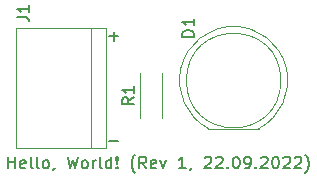
<source format=gbr>
%TF.GenerationSoftware,KiCad,Pcbnew,6.0.5-2.fc35*%
%TF.CreationDate,2022-09-23T18:34:09+02:00*%
%TF.ProjectId,Hello_ World,48656c6c-6f2c-4205-976f-726c642e6b69,rev?*%
%TF.SameCoordinates,Original*%
%TF.FileFunction,Legend,Top*%
%TF.FilePolarity,Positive*%
%FSLAX46Y46*%
G04 Gerber Fmt 4.6, Leading zero omitted, Abs format (unit mm)*
G04 Created by KiCad (PCBNEW 6.0.5-2.fc35) date 2022-09-23 18:34:09*
%MOMM*%
%LPD*%
G01*
G04 APERTURE LIST*
%ADD10C,0.150000*%
%ADD11C,0.120000*%
G04 APERTURE END LIST*
D10*
X143764047Y-96591428D02*
X144525952Y-96591428D01*
X144145000Y-96972380D02*
X144145000Y-96210476D01*
X143764047Y-105481428D02*
X144525952Y-105481428D01*
X135240714Y-107767380D02*
X135240714Y-106767380D01*
X135240714Y-107243571D02*
X135812142Y-107243571D01*
X135812142Y-107767380D02*
X135812142Y-106767380D01*
X136669285Y-107719761D02*
X136574047Y-107767380D01*
X136383571Y-107767380D01*
X136288333Y-107719761D01*
X136240714Y-107624523D01*
X136240714Y-107243571D01*
X136288333Y-107148333D01*
X136383571Y-107100714D01*
X136574047Y-107100714D01*
X136669285Y-107148333D01*
X136716904Y-107243571D01*
X136716904Y-107338809D01*
X136240714Y-107434047D01*
X137288333Y-107767380D02*
X137193095Y-107719761D01*
X137145476Y-107624523D01*
X137145476Y-106767380D01*
X137812142Y-107767380D02*
X137716904Y-107719761D01*
X137669285Y-107624523D01*
X137669285Y-106767380D01*
X138335952Y-107767380D02*
X138240714Y-107719761D01*
X138193095Y-107672142D01*
X138145476Y-107576904D01*
X138145476Y-107291190D01*
X138193095Y-107195952D01*
X138240714Y-107148333D01*
X138335952Y-107100714D01*
X138478809Y-107100714D01*
X138574047Y-107148333D01*
X138621666Y-107195952D01*
X138669285Y-107291190D01*
X138669285Y-107576904D01*
X138621666Y-107672142D01*
X138574047Y-107719761D01*
X138478809Y-107767380D01*
X138335952Y-107767380D01*
X139145476Y-107719761D02*
X139145476Y-107767380D01*
X139097857Y-107862619D01*
X139050238Y-107910238D01*
X140240714Y-106767380D02*
X140478809Y-107767380D01*
X140669285Y-107053095D01*
X140859761Y-107767380D01*
X141097857Y-106767380D01*
X141621666Y-107767380D02*
X141526428Y-107719761D01*
X141478809Y-107672142D01*
X141431190Y-107576904D01*
X141431190Y-107291190D01*
X141478809Y-107195952D01*
X141526428Y-107148333D01*
X141621666Y-107100714D01*
X141764523Y-107100714D01*
X141859761Y-107148333D01*
X141907380Y-107195952D01*
X141955000Y-107291190D01*
X141955000Y-107576904D01*
X141907380Y-107672142D01*
X141859761Y-107719761D01*
X141764523Y-107767380D01*
X141621666Y-107767380D01*
X142383571Y-107767380D02*
X142383571Y-107100714D01*
X142383571Y-107291190D02*
X142431190Y-107195952D01*
X142478809Y-107148333D01*
X142574047Y-107100714D01*
X142669285Y-107100714D01*
X143145476Y-107767380D02*
X143050238Y-107719761D01*
X143002619Y-107624523D01*
X143002619Y-106767380D01*
X143955000Y-107767380D02*
X143955000Y-106767380D01*
X143955000Y-107719761D02*
X143859761Y-107767380D01*
X143669285Y-107767380D01*
X143574047Y-107719761D01*
X143526428Y-107672142D01*
X143478809Y-107576904D01*
X143478809Y-107291190D01*
X143526428Y-107195952D01*
X143574047Y-107148333D01*
X143669285Y-107100714D01*
X143859761Y-107100714D01*
X143955000Y-107148333D01*
X144431190Y-107672142D02*
X144478809Y-107719761D01*
X144431190Y-107767380D01*
X144383571Y-107719761D01*
X144431190Y-107672142D01*
X144431190Y-107767380D01*
X144431190Y-107386428D02*
X144383571Y-106815000D01*
X144431190Y-106767380D01*
X144478809Y-106815000D01*
X144431190Y-107386428D01*
X144431190Y-106767380D01*
X145955000Y-108148333D02*
X145907380Y-108100714D01*
X145812142Y-107957857D01*
X145764523Y-107862619D01*
X145716904Y-107719761D01*
X145669285Y-107481666D01*
X145669285Y-107291190D01*
X145716904Y-107053095D01*
X145764523Y-106910238D01*
X145812142Y-106815000D01*
X145907380Y-106672142D01*
X145955000Y-106624523D01*
X146907380Y-107767380D02*
X146574047Y-107291190D01*
X146335952Y-107767380D02*
X146335952Y-106767380D01*
X146716904Y-106767380D01*
X146812142Y-106815000D01*
X146859761Y-106862619D01*
X146907380Y-106957857D01*
X146907380Y-107100714D01*
X146859761Y-107195952D01*
X146812142Y-107243571D01*
X146716904Y-107291190D01*
X146335952Y-107291190D01*
X147716904Y-107719761D02*
X147621666Y-107767380D01*
X147431190Y-107767380D01*
X147335952Y-107719761D01*
X147288333Y-107624523D01*
X147288333Y-107243571D01*
X147335952Y-107148333D01*
X147431190Y-107100714D01*
X147621666Y-107100714D01*
X147716904Y-107148333D01*
X147764523Y-107243571D01*
X147764523Y-107338809D01*
X147288333Y-107434047D01*
X148097857Y-107100714D02*
X148335952Y-107767380D01*
X148574047Y-107100714D01*
X150240714Y-107767380D02*
X149669285Y-107767380D01*
X149955000Y-107767380D02*
X149955000Y-106767380D01*
X149859761Y-106910238D01*
X149764523Y-107005476D01*
X149669285Y-107053095D01*
X150716904Y-107719761D02*
X150716904Y-107767380D01*
X150669285Y-107862619D01*
X150621666Y-107910238D01*
X151859761Y-106862619D02*
X151907380Y-106815000D01*
X152002619Y-106767380D01*
X152240714Y-106767380D01*
X152335952Y-106815000D01*
X152383571Y-106862619D01*
X152431190Y-106957857D01*
X152431190Y-107053095D01*
X152383571Y-107195952D01*
X151812142Y-107767380D01*
X152431190Y-107767380D01*
X152812142Y-106862619D02*
X152859761Y-106815000D01*
X152955000Y-106767380D01*
X153193095Y-106767380D01*
X153288333Y-106815000D01*
X153335952Y-106862619D01*
X153383571Y-106957857D01*
X153383571Y-107053095D01*
X153335952Y-107195952D01*
X152764523Y-107767380D01*
X153383571Y-107767380D01*
X153812142Y-107672142D02*
X153859761Y-107719761D01*
X153812142Y-107767380D01*
X153764523Y-107719761D01*
X153812142Y-107672142D01*
X153812142Y-107767380D01*
X154478809Y-106767380D02*
X154574047Y-106767380D01*
X154669285Y-106815000D01*
X154716904Y-106862619D01*
X154764523Y-106957857D01*
X154812142Y-107148333D01*
X154812142Y-107386428D01*
X154764523Y-107576904D01*
X154716904Y-107672142D01*
X154669285Y-107719761D01*
X154574047Y-107767380D01*
X154478809Y-107767380D01*
X154383571Y-107719761D01*
X154335952Y-107672142D01*
X154288333Y-107576904D01*
X154240714Y-107386428D01*
X154240714Y-107148333D01*
X154288333Y-106957857D01*
X154335952Y-106862619D01*
X154383571Y-106815000D01*
X154478809Y-106767380D01*
X155288333Y-107767380D02*
X155478809Y-107767380D01*
X155574047Y-107719761D01*
X155621666Y-107672142D01*
X155716904Y-107529285D01*
X155764523Y-107338809D01*
X155764523Y-106957857D01*
X155716904Y-106862619D01*
X155669285Y-106815000D01*
X155574047Y-106767380D01*
X155383571Y-106767380D01*
X155288333Y-106815000D01*
X155240714Y-106862619D01*
X155193095Y-106957857D01*
X155193095Y-107195952D01*
X155240714Y-107291190D01*
X155288333Y-107338809D01*
X155383571Y-107386428D01*
X155574047Y-107386428D01*
X155669285Y-107338809D01*
X155716904Y-107291190D01*
X155764523Y-107195952D01*
X156193095Y-107672142D02*
X156240714Y-107719761D01*
X156193095Y-107767380D01*
X156145476Y-107719761D01*
X156193095Y-107672142D01*
X156193095Y-107767380D01*
X156621666Y-106862619D02*
X156669285Y-106815000D01*
X156764523Y-106767380D01*
X157002619Y-106767380D01*
X157097857Y-106815000D01*
X157145476Y-106862619D01*
X157193095Y-106957857D01*
X157193095Y-107053095D01*
X157145476Y-107195952D01*
X156574047Y-107767380D01*
X157193095Y-107767380D01*
X157812142Y-106767380D02*
X157907380Y-106767380D01*
X158002619Y-106815000D01*
X158050238Y-106862619D01*
X158097857Y-106957857D01*
X158145476Y-107148333D01*
X158145476Y-107386428D01*
X158097857Y-107576904D01*
X158050238Y-107672142D01*
X158002619Y-107719761D01*
X157907380Y-107767380D01*
X157812142Y-107767380D01*
X157716904Y-107719761D01*
X157669285Y-107672142D01*
X157621666Y-107576904D01*
X157574047Y-107386428D01*
X157574047Y-107148333D01*
X157621666Y-106957857D01*
X157669285Y-106862619D01*
X157716904Y-106815000D01*
X157812142Y-106767380D01*
X158526428Y-106862619D02*
X158574047Y-106815000D01*
X158669285Y-106767380D01*
X158907380Y-106767380D01*
X159002619Y-106815000D01*
X159050238Y-106862619D01*
X159097857Y-106957857D01*
X159097857Y-107053095D01*
X159050238Y-107195952D01*
X158478809Y-107767380D01*
X159097857Y-107767380D01*
X159478809Y-106862619D02*
X159526428Y-106815000D01*
X159621666Y-106767380D01*
X159859761Y-106767380D01*
X159955000Y-106815000D01*
X160002619Y-106862619D01*
X160050238Y-106957857D01*
X160050238Y-107053095D01*
X160002619Y-107195952D01*
X159431190Y-107767380D01*
X160050238Y-107767380D01*
X160383571Y-108148333D02*
X160431190Y-108100714D01*
X160526428Y-107957857D01*
X160574047Y-107862619D01*
X160621666Y-107719761D01*
X160669285Y-107481666D01*
X160669285Y-107291190D01*
X160621666Y-107053095D01*
X160574047Y-106910238D01*
X160526428Y-106815000D01*
X160431190Y-106672142D01*
X160383571Y-106624523D01*
%TO.C,J1*%
X135977380Y-94948333D02*
X136691666Y-94948333D01*
X136834523Y-94995952D01*
X136929761Y-95091190D01*
X136977380Y-95234047D01*
X136977380Y-95329285D01*
X136977380Y-93948333D02*
X136977380Y-94519761D01*
X136977380Y-94234047D02*
X135977380Y-94234047D01*
X136120238Y-94329285D01*
X136215476Y-94424523D01*
X136263095Y-94519761D01*
%TO.C,D1*%
X150947380Y-96623095D02*
X149947380Y-96623095D01*
X149947380Y-96385000D01*
X149995000Y-96242142D01*
X150090238Y-96146904D01*
X150185476Y-96099285D01*
X150375952Y-96051666D01*
X150518809Y-96051666D01*
X150709285Y-96099285D01*
X150804523Y-96146904D01*
X150899761Y-96242142D01*
X150947380Y-96385000D01*
X150947380Y-96623095D01*
X150947380Y-95099285D02*
X150947380Y-95670714D01*
X150947380Y-95385000D02*
X149947380Y-95385000D01*
X150090238Y-95480238D01*
X150185476Y-95575476D01*
X150233095Y-95670714D01*
%TO.C,R1*%
X145867380Y-101766666D02*
X145391190Y-102100000D01*
X145867380Y-102338095D02*
X144867380Y-102338095D01*
X144867380Y-101957142D01*
X144915000Y-101861904D01*
X144962619Y-101814285D01*
X145057857Y-101766666D01*
X145200714Y-101766666D01*
X145295952Y-101814285D01*
X145343571Y-101861904D01*
X145391190Y-101957142D01*
X145391190Y-102338095D01*
X145867380Y-100814285D02*
X145867380Y-101385714D01*
X145867380Y-101100000D02*
X144867380Y-101100000D01*
X145010238Y-101195238D01*
X145105476Y-101290476D01*
X145153095Y-101385714D01*
D11*
%TO.C,J1*%
X143510000Y-106045000D02*
X143510000Y-95885000D01*
X135890000Y-95885000D02*
X135890000Y-106045000D01*
X135890000Y-106045000D02*
X143510000Y-106045000D01*
X142240000Y-95885000D02*
X142240000Y-106045000D01*
X143510000Y-95885000D02*
X135890000Y-95885000D01*
%TO.C,D1*%
X152163000Y-104395000D02*
X156447000Y-104395000D01*
X154305486Y-95745000D02*
G75*
G03*
X152163855Y-104395000I-486J-4590000D01*
G01*
X156446145Y-104395000D02*
G75*
G03*
X154304514Y-95745000I-2141145J4060000D01*
G01*
X158305000Y-100335000D02*
G75*
G03*
X158305000Y-100335000I-4000000J0D01*
G01*
%TO.C,R1*%
X148240000Y-99680000D02*
X148240000Y-103520000D01*
X146400000Y-99680000D02*
X146400000Y-103520000D01*
%TD*%
M02*

</source>
